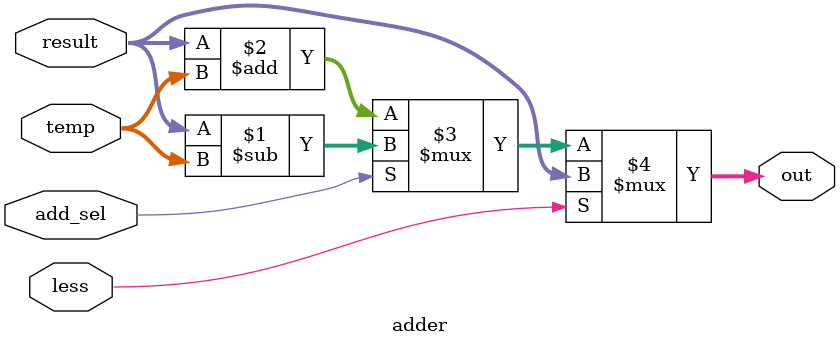
<source format=sv>
`timescale 1ns/1ns
module adder(input [9:0] result, temp,input add_sel, less, output [9:0] out);

	assign out = less ? 
			result: add_sel ? 
			(result - temp): result + temp;

endmodule
</source>
